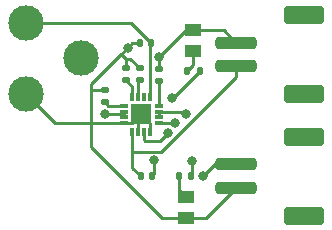
<source format=gbr>
%TF.GenerationSoftware,KiCad,Pcbnew,7.0.2-0*%
%TF.CreationDate,2024-01-11T17:10:38-05:00*%
%TF.ProjectId,SolarCharger_v2,536f6c61-7243-4686-9172-6765725f7632,2*%
%TF.SameCoordinates,Original*%
%TF.FileFunction,Copper,L1,Top*%
%TF.FilePolarity,Positive*%
%FSLAX46Y46*%
G04 Gerber Fmt 4.6, Leading zero omitted, Abs format (unit mm)*
G04 Created by KiCad (PCBNEW 7.0.2-0) date 2024-01-11 17:10:38*
%MOMM*%
%LPD*%
G01*
G04 APERTURE LIST*
G04 Aperture macros list*
%AMRoundRect*
0 Rectangle with rounded corners*
0 $1 Rounding radius*
0 $2 $3 $4 $5 $6 $7 $8 $9 X,Y pos of 4 corners*
0 Add a 4 corners polygon primitive as box body*
4,1,4,$2,$3,$4,$5,$6,$7,$8,$9,$2,$3,0*
0 Add four circle primitives for the rounded corners*
1,1,$1+$1,$2,$3*
1,1,$1+$1,$4,$5*
1,1,$1+$1,$6,$7*
1,1,$1+$1,$8,$9*
0 Add four rect primitives between the rounded corners*
20,1,$1+$1,$2,$3,$4,$5,0*
20,1,$1+$1,$4,$5,$6,$7,0*
20,1,$1+$1,$6,$7,$8,$9,0*
20,1,$1+$1,$8,$9,$2,$3,0*%
G04 Aperture macros list end*
%TA.AperFunction,SMDPad,CuDef*%
%ADD10RoundRect,0.250000X1.500000X-0.250000X1.500000X0.250000X-1.500000X0.250000X-1.500000X-0.250000X0*%
%TD*%
%TA.AperFunction,SMDPad,CuDef*%
%ADD11RoundRect,0.250001X1.449999X-0.499999X1.449999X0.499999X-1.449999X0.499999X-1.449999X-0.499999X0*%
%TD*%
%TA.AperFunction,SMDPad,CuDef*%
%ADD12R,1.400000X1.000000*%
%TD*%
%TA.AperFunction,SMDPad,CuDef*%
%ADD13RoundRect,0.140000X0.140000X0.170000X-0.140000X0.170000X-0.140000X-0.170000X0.140000X-0.170000X0*%
%TD*%
%TA.AperFunction,SMDPad,CuDef*%
%ADD14RoundRect,0.135000X-0.185000X0.135000X-0.185000X-0.135000X0.185000X-0.135000X0.185000X0.135000X0*%
%TD*%
%TA.AperFunction,SMDPad,CuDef*%
%ADD15RoundRect,0.135000X0.135000X0.185000X-0.135000X0.185000X-0.135000X-0.185000X0.135000X-0.185000X0*%
%TD*%
%TA.AperFunction,SMDPad,CuDef*%
%ADD16RoundRect,0.135000X0.185000X-0.135000X0.185000X0.135000X-0.185000X0.135000X-0.185000X-0.135000X0*%
%TD*%
%TA.AperFunction,SMDPad,CuDef*%
%ADD17R,0.800000X0.300000*%
%TD*%
%TA.AperFunction,SMDPad,CuDef*%
%ADD18R,0.300000X0.800000*%
%TD*%
%TA.AperFunction,SMDPad,CuDef*%
%ADD19R,1.750000X1.750000*%
%TD*%
%TA.AperFunction,ComponentPad*%
%ADD20C,3.000000*%
%TD*%
%TA.AperFunction,ViaPad*%
%ADD21C,0.800000*%
%TD*%
%TA.AperFunction,Conductor*%
%ADD22C,0.250000*%
%TD*%
G04 APERTURE END LIST*
D10*
%TO.P,J2,1,Pin_1*%
%TO.N,Net-(D1-K)*%
X169367200Y-80790800D03*
%TO.P,J2,2,Pin_2*%
%TO.N,Net-(IC1-BAT_1)*%
X169367200Y-78790800D03*
D11*
%TO.P,J2,MP*%
%TO.N,N/C*%
X175117200Y-83140800D03*
X175117200Y-76440800D03*
%TD*%
D12*
%TO.P,D1,1,K*%
%TO.N,Net-(D1-K)*%
X165100000Y-83334000D03*
%TO.P,D1,2,A*%
%TO.N,Net-(D1-A)*%
X165100000Y-81534000D03*
%TD*%
D13*
%TO.P,C2,1*%
%TO.N,Net-(IC1-OUT_1)*%
X162250000Y-79806800D03*
%TO.P,C2,2*%
%TO.N,Net-(IC1-EN2)*%
X161290000Y-79806800D03*
%TD*%
D14*
%TO.P,R3,1*%
%TO.N,Net-(D1-K)*%
X161239200Y-70662800D03*
%TO.P,R3,2*%
%TO.N,Net-(IC1-ITERM)*%
X161239200Y-71682800D03*
%TD*%
D12*
%TO.P,D2,1,K*%
%TO.N,Net-(D1-K)*%
X165760400Y-67440400D03*
%TO.P,D2,2,A*%
%TO.N,Net-(D2-A)*%
X165760400Y-69240400D03*
%TD*%
D10*
%TO.P,J3,1,Pin_1*%
%TO.N,Net-(IC1-EN2)*%
X169362000Y-70494400D03*
%TO.P,J3,2,Pin_2*%
%TO.N,Net-(D1-K)*%
X169362000Y-68494400D03*
D11*
%TO.P,J3,MP*%
%TO.N,N/C*%
X175112000Y-72844400D03*
X175112000Y-66144400D03*
%TD*%
D13*
%TO.P,C1,1*%
%TO.N,Net-(IC1-IN)*%
X162204400Y-68529200D03*
%TO.P,C1,2*%
%TO.N,Net-(D1-K)*%
X161244400Y-68529200D03*
%TD*%
D15*
%TO.P,R6,1*%
%TO.N,Net-(IC1-~{PGOOD})*%
X166272400Y-70916800D03*
%TO.P,R6,2*%
%TO.N,Net-(D2-A)*%
X165252400Y-70916800D03*
%TD*%
%TO.P,R5,1*%
%TO.N,Net-(IC1-~{CHG})*%
X165557200Y-79756000D03*
%TO.P,R5,2*%
%TO.N,Net-(D1-A)*%
X164537200Y-79756000D03*
%TD*%
D16*
%TO.P,R4,1*%
%TO.N,Net-(IC1-ILIM)*%
X162864800Y-71733600D03*
%TO.P,R4,2*%
%TO.N,Net-(D1-K)*%
X162864800Y-70713600D03*
%TD*%
D17*
%TO.P,IC1,1,TS*%
%TO.N,Net-(IC1-TS)*%
X159840800Y-73824400D03*
%TO.P,IC1,2,BAT_1*%
%TO.N,Net-(IC1-BAT_1)*%
X159840800Y-74324400D03*
%TO.P,IC1,3,BAT_2*%
X159840800Y-74824400D03*
%TO.P,IC1,4,~{CE}*%
%TO.N,Net-(D1-K)*%
X159840800Y-75324400D03*
D18*
%TO.P,IC1,5,EN2*%
%TO.N,Net-(IC1-EN2)*%
X160590800Y-76074400D03*
%TO.P,IC1,6,EN1*%
%TO.N,Net-(D1-K)*%
X161090800Y-76074400D03*
%TO.P,IC1,7,~{PGOOD}*%
%TO.N,Net-(IC1-~{PGOOD})*%
X161590800Y-76074400D03*
%TO.P,IC1,8,VSS*%
%TO.N,Net-(D1-K)*%
X162090800Y-76074400D03*
D17*
%TO.P,IC1,9,~{CHG}*%
%TO.N,Net-(IC1-~{CHG})*%
X162840800Y-75324400D03*
%TO.P,IC1,10,OUT_1*%
%TO.N,Net-(IC1-OUT_1)*%
X162840800Y-74824400D03*
%TO.P,IC1,11,OUT_2*%
X162840800Y-74324400D03*
%TO.P,IC1,12,ILIM*%
%TO.N,Net-(IC1-ILIM)*%
X162840800Y-73824400D03*
D18*
%TO.P,IC1,13,IN*%
%TO.N,Net-(IC1-IN)*%
X162090800Y-73074400D03*
%TO.P,IC1,14,TMR*%
%TO.N,unconnected-(IC1-TMR-Pad14)*%
X161590800Y-73074400D03*
%TO.P,IC1,15,ITERM*%
%TO.N,Net-(IC1-ITERM)*%
X161090800Y-73074400D03*
%TO.P,IC1,16,ISET*%
%TO.N,Net-(IC1-ISET)*%
X160590800Y-73074400D03*
D19*
%TO.P,IC1,17,EP*%
%TO.N,Net-(D1-K)*%
X161340800Y-74574400D03*
%TD*%
D20*
%TO.P,J1,1,1*%
%TO.N,Net-(IC1-IN)*%
X151547600Y-66828125D03*
%TO.P,J1,2,2*%
%TO.N,Net-(D1-K)*%
X151547600Y-72828125D03*
%TO.P,J1,3,3*%
%TO.N,unconnected-(J1-Pad3)*%
X156247600Y-69828125D03*
%TD*%
D14*
%TO.P,R1,1*%
%TO.N,Net-(D1-K)*%
X158242000Y-72487600D03*
%TO.P,R1,2*%
%TO.N,Net-(IC1-TS)*%
X158242000Y-73507600D03*
%TD*%
D16*
%TO.P,R2,1*%
%TO.N,Net-(IC1-ISET)*%
X160020000Y-71682800D03*
%TO.P,R2,2*%
%TO.N,Net-(D1-K)*%
X160020000Y-70662800D03*
%TD*%
D21*
%TO.N,Net-(D1-K)*%
X162864800Y-69697600D03*
X160197800Y-68910200D03*
%TO.N,Net-(IC1-OUT_1)*%
X162407600Y-78435200D03*
X165150800Y-74574400D03*
%TO.N,Net-(IC1-BAT_1)*%
X158242000Y-74523600D03*
X166573200Y-79806800D03*
%TO.N,Net-(IC1-~{PGOOD})*%
X163576000Y-76149200D03*
X163982400Y-73152000D03*
%TO.N,Net-(IC1-~{CHG})*%
X165608000Y-78536800D03*
X164236400Y-75285600D03*
%TD*%
D22*
%TO.N,Net-(IC1-IN)*%
X162204400Y-68521591D02*
X162204400Y-68529200D01*
X162090800Y-68642800D02*
X162204400Y-68529200D01*
X162090800Y-73074400D02*
X162090800Y-68642800D01*
X151547600Y-66828125D02*
X160510934Y-66828125D01*
X160510934Y-66828125D02*
X162204400Y-68521591D01*
%TO.N,Net-(D1-K)*%
X165760400Y-67440400D02*
X165122000Y-67440400D01*
X162864800Y-70713600D02*
X162864800Y-69697600D01*
X160020000Y-70662800D02*
X160020000Y-69850000D01*
X159639000Y-69469000D02*
X157124400Y-71983600D01*
X160590800Y-75324400D02*
X159840800Y-75324400D01*
X161340800Y-74574400D02*
X160590800Y-75324400D01*
X165122000Y-67440400D02*
X162864800Y-69697600D01*
X160197800Y-68910200D02*
X159639000Y-69469000D01*
X165100000Y-83334000D02*
X166824000Y-83334000D01*
X151547600Y-72828125D02*
X154043875Y-75324400D01*
X166824000Y-83334000D02*
X169367200Y-80790800D01*
X160578800Y-68529200D02*
X160197800Y-68910200D01*
X165760400Y-67440400D02*
X168308000Y-67440400D01*
X157124400Y-71983600D02*
X157124400Y-72491600D01*
X162090800Y-76074400D02*
X162090800Y-75324400D01*
X160426400Y-69850000D02*
X160020000Y-69850000D01*
X154043875Y-75324400D02*
X157124400Y-75324400D01*
X157124400Y-77326905D02*
X157124400Y-75324400D01*
X157124400Y-72491600D02*
X157124400Y-75324400D01*
X157124400Y-75324400D02*
X159840800Y-75324400D01*
X161090800Y-76074400D02*
X161090800Y-74824400D01*
X168308000Y-67440400D02*
X169362000Y-68494400D01*
X158242000Y-72487600D02*
X157128400Y-72487600D01*
X160020000Y-69850000D02*
X159639000Y-69469000D01*
X162090800Y-75324400D02*
X161340800Y-74574400D01*
X161090800Y-74824400D02*
X161340800Y-74574400D01*
X165100000Y-83334000D02*
X163131495Y-83334000D01*
X157128400Y-72487600D02*
X157124400Y-72491600D01*
X163131495Y-83334000D02*
X157124400Y-77326905D01*
X161244400Y-68529200D02*
X160578800Y-68529200D01*
X161239200Y-70662800D02*
X160426400Y-69850000D01*
%TO.N,Net-(IC1-OUT_1)*%
X164900800Y-74324400D02*
X165150800Y-74574400D01*
X162840800Y-74324400D02*
X162840800Y-74824400D01*
X162407600Y-79649200D02*
X162250000Y-79806800D01*
X162407600Y-78435200D02*
X162407600Y-79649200D01*
X162840800Y-74324400D02*
X164900800Y-74324400D01*
%TO.N,Net-(IC1-EN2)*%
X160590800Y-76074400D02*
X160590800Y-79107600D01*
X163040305Y-77710200D02*
X160604600Y-77710200D01*
X160604600Y-77710200D02*
X160590800Y-77724000D01*
X160590800Y-79107600D02*
X161290000Y-79806800D01*
X169362000Y-70494400D02*
X169362000Y-71388505D01*
X169362000Y-71388505D02*
X163040305Y-77710200D01*
%TO.N,Net-(D1-A)*%
X164537200Y-80971200D02*
X165100000Y-81534000D01*
X164537200Y-79756000D02*
X164537200Y-80971200D01*
%TO.N,Net-(D2-A)*%
X165760400Y-69240400D02*
X165760400Y-70408800D01*
X165760400Y-70408800D02*
X165252400Y-70916800D01*
%TO.N,Net-(IC1-TS)*%
X158558800Y-73824400D02*
X158242000Y-73507600D01*
X159840800Y-73824400D02*
X158558800Y-73824400D01*
%TO.N,Net-(IC1-BAT_1)*%
X159641600Y-74523600D02*
X159840800Y-74324400D01*
X158242000Y-74523600D02*
X159641600Y-74523600D01*
X167589200Y-78790800D02*
X166573200Y-79806800D01*
X169367200Y-78790800D02*
X167589200Y-78790800D01*
X167690800Y-79044800D02*
X167640000Y-78994000D01*
X159840800Y-74824400D02*
X159840800Y-74324400D01*
%TO.N,Net-(IC1-~{PGOOD})*%
X161590800Y-76774400D02*
X161615800Y-76799400D01*
X162925800Y-76799400D02*
X163576000Y-76149200D01*
X161590800Y-76074400D02*
X161590800Y-76774400D01*
X161615800Y-76799400D02*
X162925800Y-76799400D01*
X164037200Y-73152000D02*
X163982400Y-73152000D01*
X166272400Y-70916800D02*
X164037200Y-73152000D01*
%TO.N,Net-(IC1-~{CHG})*%
X162840800Y-75324400D02*
X164197600Y-75324400D01*
X165608000Y-79705200D02*
X165557200Y-79756000D01*
X164197600Y-75324400D02*
X164236400Y-75285600D01*
X165608000Y-78536800D02*
X165608000Y-79705200D01*
%TO.N,Net-(IC1-ILIM)*%
X162840800Y-71757600D02*
X162864800Y-71733600D01*
X162840800Y-73824400D02*
X162840800Y-71757600D01*
%TO.N,Net-(IC1-ITERM)*%
X161090800Y-71831200D02*
X161239200Y-71682800D01*
X161090800Y-73074400D02*
X161090800Y-71831200D01*
%TO.N,Net-(IC1-ISET)*%
X160590800Y-72253600D02*
X160020000Y-71682800D01*
X160590800Y-73074400D02*
X160590800Y-72253600D01*
%TD*%
M02*

</source>
